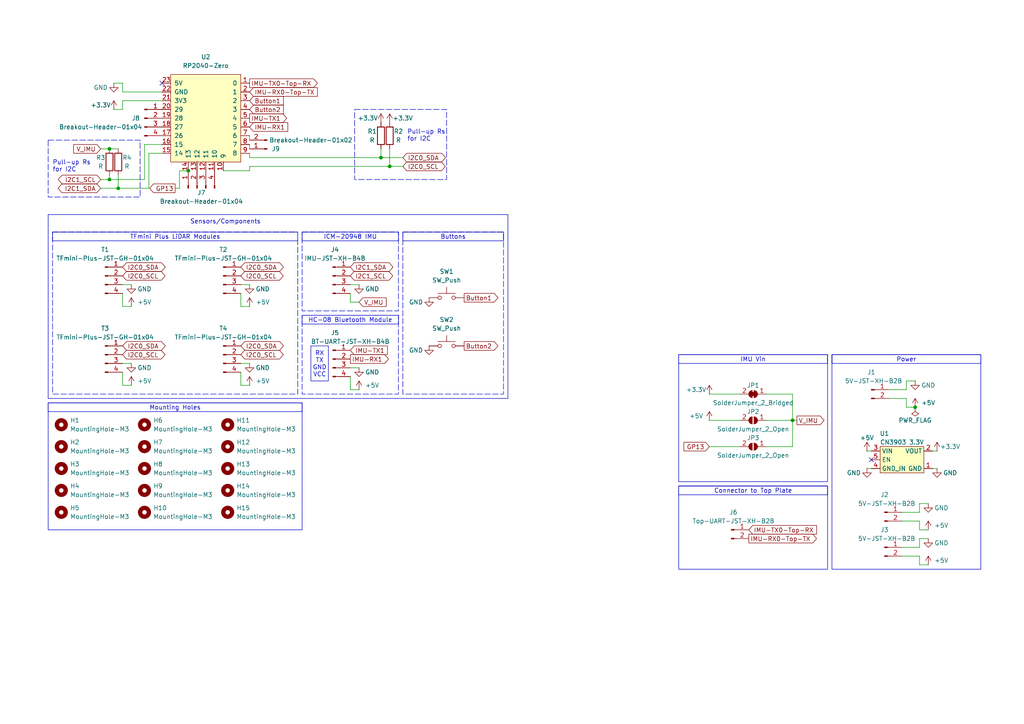
<source format=kicad_sch>
(kicad_sch (version 20231120) (generator "eeschema") (generator_version "8.0")
  (paper "A4")
  (title_block (title "IMU Plate") (date "2024-06-09") (rev "1.1.0") (company "Zhou Yikun & Zachary Ang") (comment 1 "RoboCup Junior Soccer Open 2024"))
  (lib_symbols
    (symbol "+3.3V_1" (power) (pin_numbers hide) (pin_names (offset 0) hide)
      (property "Value" "+3.3V" (at 0 3.556 0))
      (symbol "+3.3V_1_0_1"
        (polyline (pts (xy -0.762 1.27) (xy 0 2.54)))
        (polyline (pts (xy 0 0) (xy 0 2.54)))
        (polyline (pts (xy 0 2.54) (xy 0.762 1.27)))
      )
      (symbol "+3.3V_1_1_1"
        (pin power_in line (at 0 0 90) (length 0) (name "~") (number "1"))
      )
    )
    (symbol "Connector:Conn_01x02_Pin" (pin_names (offset 1.016) hide)
      (property "Reference" "J" (at 0 2.54 0))
      (property "Value" "Conn_01x02_Pin" (at 0 -5.08 0))
      (symbol "Conn_01x02_Pin_1_1"
        (polyline (pts (xy 1.27 -2.54) (xy 0.8636 -2.54)) (stroke (width 0.1524)))
        (polyline (pts (xy 1.27 0) (xy 0.8636 0)) (stroke (width 0.1524)))
        (rectangle (start 0.8636 -2.413) (end 0 -2.667) (stroke (width 0.1524)) (fill (type outline)))
        (rectangle (start 0.8636 0.127) (end 0 -0.127) (stroke (width 0.1524)) (fill (type outline)))
        (pin passive line (at 5.08 0 180) (length 3.81) (name "Pin_1") (number "1"))
        (pin passive line (at 5.08 -2.54 180) (length 3.81) (name "Pin_2") (number "2"))
      )
    )
    (symbol "Connector:Conn_01x04_Pin" (pin_names (offset 1.016) hide)
      (property "Reference" "J" (at 0 5.08 0))
      (property "Value" "Conn_01x04_Pin" (at 0 -7.62 0))
      (symbol "Conn_01x04_Pin_1_1"
        (polyline (pts (xy 1.27 -5.08) (xy 0.8636 -5.08)) (stroke (width 0.1524)))
        (polyline (pts (xy 1.27 -2.54) (xy 0.8636 -2.54)) (stroke (width 0.1524)))
        (polyline (pts (xy 1.27 0) (xy 0.8636 0)) (stroke (width 0.1524)))
        (polyline (pts (xy 1.27 2.54) (xy 0.8636 2.54)) (stroke (width 0.1524)))
        (rectangle (start 0.8636 -4.953) (end 0 -5.207) (stroke (width 0.1524)) (fill (type outline)))
        (rectangle (start 0.8636 -2.413) (end 0 -2.667) (stroke (width 0.1524)) (fill (type outline)))
        (rectangle (start 0.8636 0.127) (end 0 -0.127) (stroke (width 0.1524)) (fill (type outline)))
        (rectangle (start 0.8636 2.667) (end 0 2.413) (stroke (width 0.1524)) (fill (type outline)))
        (pin passive line (at 5.08 2.54 180) (length 3.81) (name "Pin_1") (number "1"))
        (pin passive line (at 5.08 0 180) (length 3.81) (name "Pin_2") (number "2"))
        (pin passive line (at 5.08 -2.54 180) (length 3.81) (name "Pin_3") (number "3"))
        (pin passive line (at 5.08 -5.08 180) (length 3.81) (name "Pin_4") (number "4"))
      )
    )
    (symbol "Device:R" (pin_numbers hide) (pin_names (offset 0))
      (property "Reference" "R" (at 2.032 0 90))
      (property "Value" "R" (at 0 0 90))
      (symbol "R_0_1"
        (rectangle (start -1.016 -2.54) (end 1.016 2.54) (stroke (width 0.254)))
      )
      (symbol "R_1_1"
        (pin passive line (at 0 3.81 270) (length 1.27) (name "~") (number "1"))
        (pin passive line (at 0 -3.81 90) (length 1.27) (name "~") (number "2"))
      )
    )
    (symbol "GND_1" (power) (pin_numbers hide) (pin_names (offset 0) hide)
      (property "Value" "GND" (at 0 -3.81 0))
      (symbol "GND_1_0_1"
        (polyline (pts (xy 0 0) (xy 0 -1.27) (xy 1.27 -1.27) (xy 0 -2.54) (xy -1.27 -1.27) (xy 0 -1.27)))
      )
      (symbol "GND_1_1_1"
        (pin power_in line (at 0 0 270) (length 0) (name "~") (number "1"))
      )
    )
    (symbol "GND_2" (power) (pin_names (offset 0))
      (property "Value" "GND" (at 0 -3.81 0))
      (symbol "GND_2_0_1"
        (polyline (pts (xy 0 0) (xy 0 -1.27) (xy 1.27 -1.27) (xy 0 -2.54) (xy -1.27 -1.27) (xy 0 -1.27)))
      )
      (symbol "GND_2_1_1"
        (pin power_in line (at 0 0 270) (length 0) hide (name "GND") (number "1"))
      )
    )
    (symbol "Jumper:SolderJumper_2_Bridged" (pin_names (offset 0) hide)
      (property "Reference" "JP" (at 0 2.032 0))
      (property "Value" "SolderJumper_2_Bridged" (at 0 -2.54 0))
      (symbol "SolderJumper_2_Bridged_0_1"
        (rectangle (start -0.508 0.508) (end 0.508 -0.508) (fill (type outline)))
        (arc (start -0.254 1.016) (mid -1.2656 0) (end -0.254 -1.016))
        (arc (start -0.254 1.016) (mid -1.2656 0) (end -0.254 -1.016) (fill (type outline)))
        (polyline (pts (xy -0.254 1.016) (xy -0.254 -1.016)))
        (polyline (pts (xy 0.254 1.016) (xy 0.254 -1.016)))
        (arc (start 0.254 -1.016) (mid 1.2656 0) (end 0.254 1.016))
        (arc (start 0.254 -1.016) (mid 1.2656 0) (end 0.254 1.016) (fill (type outline)))
      )
      (symbol "SolderJumper_2_Bridged_1_1"
        (pin passive line (at -3.81 0 0) (length 2.54) (name "A") (number "1"))
        (pin passive line (at 3.81 0 180) (length 2.54) (name "B") (number "2"))
      )
    )
    (symbol "Jumper:SolderJumper_2_Open" (pin_names (offset 0) hide)
      (property "Reference" "JP" (at 0 2.032 0))
      (property "Value" "SolderJumper_2_Open" (at 0 -2.54 0))
      (symbol "SolderJumper_2_Open_0_1"
        (arc (start -0.254 1.016) (mid -1.2656 0) (end -0.254 -1.016))
        (arc (start -0.254 1.016) (mid -1.2656 0) (end -0.254 -1.016) (fill (type outline)))
        (polyline (pts (xy -0.254 1.016) (xy -0.254 -1.016)))
        (polyline (pts (xy 0.254 1.016) (xy 0.254 -1.016)))
        (arc (start 0.254 -1.016) (mid 1.2656 0) (end 0.254 1.016))
        (arc (start 0.254 -1.016) (mid 1.2656 0) (end 0.254 1.016) (fill (type outline)))
      )
      (symbol "SolderJumper_2_Open_1_1"
        (pin passive line (at -3.81 0 0) (length 2.54) (name "A") (number "1"))
        (pin passive line (at 3.81 0 180) (length 2.54) (name "B") (number "2"))
      )
    )
    (symbol "Mechanical:MountingHole" (pin_names (offset 1.016)) (exclude_from_sim yes) (in_bom no)
      (property "Reference" "H" (at 0 5.08 0))
      (property "Value" "MountingHole" (at 0 3.175 0))
      (symbol "MountingHole_0_1"
        (circle (center 0 0) (radius 1.27) (stroke (width 1.27)))
      )
    )
    (symbol "PorridgePi-Symbols:RP2040-Zero" (pin_names (offset 1.016))
      (property "Reference" "U" (at 0 12.7 0))
      (property "Value" "RP2040-Zero" (at 0.254 0 0))
      (symbol "RP2040-Zero_1_1"
        (rectangle (start -10.16 11.43) (end 10.16 -13.97) (fill (type background)))
        (pin bidirectional line (at 12.7 8.89 180) (length 2.54) (name "0") (number "1"))
        (pin bidirectional line (at 5.08 -16.51 90) (length 2.54) (name "9") (number "10"))
        (pin bidirectional line (at 2.54 -16.51 90) (length 2.54) (name "10") (number "11"))
        (pin bidirectional line (at 0 -16.51 90) (length 2.54) (name "11") (number "12"))
        (pin bidirectional line (at -2.54 -16.51 90) (length 2.54) (name "12") (number "13"))
        (pin bidirectional line (at -5.08 -16.51 90) (length 2.54) (name "13") (number "14"))
        (pin bidirectional line (at -12.7 -11.43 0) (length 2.54) (name "14") (number "15"))
        (pin bidirectional line (at -12.7 -8.89 0) (length 2.54) (name "15") (number "16"))
        (pin bidirectional line (at -12.7 -6.35 0) (length 2.54) (name "26") (number "17"))
        (pin bidirectional line (at -12.7 -3.81 0) (length 2.54) (name "27") (number "18"))
        (pin bidirectional line (at -12.7 -1.27 0) (length 2.54) (name "28") (number "19"))
        (pin bidirectional line (at 12.7 6.35 180) (length 2.54) (name "1") (number "2"))
        (pin bidirectional line (at -12.7 1.27 0) (length 2.54) (name "29") (number "20"))
        (pin power_in line (at -12.7 3.81 0) (length 2.54) (name "3V3") (number "21"))
        (pin power_in line (at -12.7 6.35 0) (length 2.54) (name "GND") (number "22"))
        (pin power_in line (at -12.7 8.89 0) (length 2.54) (name "5V") (number "23"))
        (pin bidirectional line (at 12.7 3.81 180) (length 2.54) (name "2") (number "3"))
        (pin bidirectional line (at 12.7 1.27 180) (length 2.54) (name "3") (number "4"))
        (pin bidirectional line (at 12.7 -1.27 180) (length 2.54) (name "4") (number "5"))
        (pin bidirectional line (at 12.7 -3.81 180) (length 2.54) (name "5") (number "6"))
        (pin bidirectional line (at 12.7 -6.35 180) (length 2.54) (name "6") (number "7"))
        (pin bidirectional line (at 12.7 -8.89 180) (length 2.54) (name "7") (number "8"))
        (pin bidirectional line (at 12.7 -11.43 180) (length 2.54) (name "8") (number "9"))
      )
    )
    (symbol "PorridgePi-Symbols:VREG-Voltage-Regulator"
      (property "Reference" "U" (at -5.08 5.08 0))
      (symbol "VREG-Voltage-Regulator_1_1"
        (rectangle (start -6.35 3.81) (end 6.35 -3.81) (fill (type background)))
        (pin power_out line (at 8.89 -2.54 180) (length 2.54) (name "GND") (number "1"))
        (pin power_out line (at 8.89 2.54 180) (length 2.54) (name "VOUT") (number "2"))
        (pin power_in line (at -8.89 2.54 0) (length 2.54) (name "VIN") (number "3"))
        (pin power_in line (at -8.89 -2.54 0) (length 2.54) (name "GND_IN") (number "4"))
        (pin input line (at -8.89 0 0) (length 2.54) (name "EN") (number "5"))
      )
    )
    (symbol "Switch:SW_Push" (pin_numbers hide) (pin_names (offset 1.016) hide)
      (property "Reference" "SW" (at 1.27 2.54 0))
      (property "Value" "SW_Push" (at 0 -1.524 0))
      (symbol "SW_Push_0_1"
        (circle (center -2.032 0) (radius 0.508))
        (polyline (pts (xy 0 1.27) (xy 0 3.048)))
        (polyline (pts (xy 2.54 1.27) (xy -2.54 1.27)))
        (circle (center 2.032 0) (radius 0.508))
        (pin passive line (at -5.08 0 0) (length 2.54) (name "1") (number "1"))
        (pin passive line (at 5.08 0 180) (length 2.54) (name "2") (number "2"))
      )
    )
    (symbol "power:+5V" (power) (pin_numbers hide) (pin_names (offset 0) hide)
      (property "Value" "+5V" (at 0 3.556 0))
      (symbol "+5V_0_1"
        (polyline (pts (xy -0.762 1.27) (xy 0 2.54)))
        (polyline (pts (xy 0 0) (xy 0 2.54)))
        (polyline (pts (xy 0 2.54) (xy 0.762 1.27)))
      )
      (symbol "+5V_1_1"
        (pin power_in line (at 0 0 90) (length 0) (name "~") (number "1"))
      )
    )
    (symbol "power:GND" (power) (pin_names (offset 0))
      (property "Value" "GND" (at 0 -3.81 0))
      (symbol "GND_0_1"
        (polyline (pts (xy 0 0) (xy 0 -1.27) (xy 1.27 -1.27) (xy 0 -2.54) (xy -1.27 -1.27) (xy 0 -1.27)))
      )
      (symbol "GND_1_1"
        (pin power_in line (at 0 0 270) (length 0) hide (name "GND") (number "1"))
      )
    )
    (symbol "power:GND1" (power) (pin_numbers hide) (pin_names (offset 0) hide)
      (property "Value" "GND1" (at 0 -3.81 0))
      (symbol "GND1_0_1"
        (polyline (pts (xy 0 0) (xy 0 -1.27) (xy 1.27 -1.27) (xy 0 -2.54) (xy -1.27 -1.27) (xy 0 -1.27)))
      )
      (symbol "GND1_1_1"
        (pin power_in line (at 0 0 270) (length 0) (name "~") (number "1"))
      )
    )
    (symbol "power:PWR_FLAG" (power) (pin_numbers hide) (pin_names (offset 0) hide)
      (property "Value" "PWR_FLAG" (at 0 3.81 0))
      (symbol "PWR_FLAG_0_0"
        (pin power_out line (at 0 0 90) (length 0) (name "~") (number "1"))
      )
      (symbol "PWR_FLAG_0_1"
        (polyline (pts (xy 0 0) (xy 0 1.27) (xy -1.016 1.905) (xy 0 2.54) (xy 1.016 1.905) (xy 0 1.27)))
      )
    )
  )
  (junction (at 31.75 52.07))
  (junction (at 31.75 43.18))
  (junction (at 229.87 121.92))
  (junction (at 34.29 54.61))
  (junction (at 265.43 118.11))
  (junction (at 113.03 48.26))
  (junction (at 54.61 49.53))
  (junction (at 110.49 45.72))
  (no_connect (at 252.73 133.35))
  (no_connect (at 46.99 24.13))
  (wire (pts (xy 35.56 111.76) (xy 38.1 111.76)))
  (wire (pts (xy 35.56 24.13) (xy 33.02 24.13)))
  (wire (pts (xy 35.56 26.67) (xy 46.99 26.67)))
  (wire (pts (xy 266.7 151.13) (xy 261.62 151.13)))
  (wire (pts (xy 72.39 40.64) (xy 72.39 39.37)))
  (wire (pts (xy 69.85 82.55) (xy 72.39 82.55)))
  (wire (pts (xy 222.25 129.54) (xy 229.87 129.54)))
  (wire (pts (xy 52.07 54.61) (xy 52.07 49.53)))
  (wire (pts (xy 229.87 121.92) (xy 229.87 129.54)))
  (wire (pts (xy 113.03 43.18) (xy 113.03 48.26)))
  (wire (pts (xy 69.85 111.76) (xy 72.39 111.76)))
  (wire (pts (xy 50.8 54.61) (xy 52.07 54.61)))
  (wire (pts (xy 113.03 48.26) (xy 116.84 48.26)))
  (wire (pts (xy 43.18 44.45) (xy 46.99 44.45)))
  (wire (pts (xy 266.7 163.83) (xy 269.24 163.83)))
  (wire (pts (xy 72.39 45.72) (xy 72.39 44.45)))
  (wire (pts (xy 222.25 121.92) (xy 229.87 121.92)))
  (wire (pts (xy 266.7 163.83) (xy 266.7 161.29)))
  (wire (pts (xy 266.7 153.67) (xy 269.24 153.67)))
  (wire (pts (xy 266.7 146.05) (xy 269.24 146.05)))
  (wire (pts (xy 205.74 129.54) (xy 214.63 129.54)))
  (wire (pts (xy 205.74 121.92) (xy 214.63 121.92)))
  (wire (pts (xy 69.85 111.76) (xy 69.85 107.95)))
  (wire (pts (xy 31.75 43.18) (xy 34.29 43.18)))
  (wire (pts (xy 110.49 45.72) (xy 116.84 45.72)))
  (wire (pts (xy 72.39 43.18) (xy 72.39 41.91)))
  (wire (pts (xy 35.56 88.9) (xy 35.56 85.09)))
  (wire (pts (xy 266.7 158.75) (xy 261.62 158.75)))
  (wire (pts (xy 29.21 43.18) (xy 31.75 43.18)))
  (wire (pts (xy 266.7 146.05) (xy 266.7 148.59)))
  (wire (pts (xy 69.85 88.9) (xy 72.39 88.9)))
  (wire (pts (xy 41.91 52.07) (xy 41.91 41.91)))
  (wire (pts (xy 29.21 54.61) (xy 34.29 54.61)))
  (wire (pts (xy 110.49 45.72) (xy 72.39 45.72)))
  (wire (pts (xy 271.78 130.81) (xy 270.51 130.81)))
  (wire (pts (xy 35.56 24.13) (xy 35.56 26.67)))
  (wire (pts (xy 251.46 130.81) (xy 252.73 130.81)))
  (wire (pts (xy 266.7 156.21) (xy 269.24 156.21)))
  (wire (pts (xy 262.89 118.11) (xy 265.43 118.11)))
  (wire (pts (xy 104.14 113.03) (xy 101.6 113.03)))
  (wire (pts (xy 52.07 49.53) (xy 54.61 49.53)))
  (wire (pts (xy 229.87 114.3) (xy 229.87 121.92)))
  (wire (pts (xy 31.75 50.8) (xy 31.75 52.07)))
  (wire (pts (xy 271.78 135.89) (xy 270.51 135.89)))
  (wire (pts (xy 33.02 31.75) (xy 35.56 31.75)))
  (wire (pts (xy 43.18 54.61) (xy 43.18 44.45)))
  (wire (pts (xy 41.91 41.91) (xy 46.99 41.91)))
  (wire (pts (xy 229.87 121.92) (xy 231.14 121.92)))
  (wire (pts (xy 110.49 43.18) (xy 110.49 45.72)))
  (wire (pts (xy 262.89 113.03) (xy 257.81 113.03)))
  (wire (pts (xy 205.74 114.3) (xy 214.63 114.3)))
  (wire (pts (xy 34.29 50.8) (xy 34.29 54.61)))
  (wire (pts (xy 35.56 111.76) (xy 35.56 107.95)))
  (wire (pts (xy 266.7 153.67) (xy 266.7 151.13)))
  (wire (pts (xy 101.6 82.55) (xy 104.14 82.55)))
  (wire (pts (xy 101.6 106.68) (xy 104.14 106.68)))
  (wire (pts (xy 266.7 148.59) (xy 261.62 148.59)))
  (wire (pts (xy 262.89 110.49) (xy 265.43 110.49)))
  (wire (pts (xy 72.39 48.26) (xy 72.39 49.53)))
  (wire (pts (xy 101.6 113.03) (xy 101.6 109.22)))
  (wire (pts (xy 69.85 105.41) (xy 72.39 105.41)))
  (wire (pts (xy 35.56 29.21) (xy 46.99 29.21)))
  (wire (pts (xy 262.89 118.11) (xy 262.89 115.57)))
  (wire (pts (xy 35.56 29.21) (xy 35.56 31.75)))
  (wire (pts (xy 35.56 88.9) (xy 38.1 88.9)))
  (wire (pts (xy 72.39 49.53) (xy 64.77 49.53)))
  (wire (pts (xy 72.39 48.26) (xy 113.03 48.26)))
  (wire (pts (xy 34.29 54.61) (xy 43.18 54.61)))
  (wire (pts (xy 222.25 114.3) (xy 229.87 114.3)))
  (wire (pts (xy 101.6 87.63) (xy 101.6 85.09)))
  (wire (pts (xy 266.7 161.29) (xy 261.62 161.29)))
  (wire (pts (xy 251.46 135.89) (xy 252.73 135.89)))
  (wire (pts (xy 262.89 110.49) (xy 262.89 113.03)))
  (wire (pts (xy 266.7 156.21) (xy 266.7 158.75)))
  (wire (pts (xy 31.75 52.07) (xy 41.91 52.07)))
  (wire (pts (xy 101.6 87.63) (xy 104.14 87.63)))
  (wire (pts (xy 69.85 88.9) (xy 69.85 85.09)))
  (wire (pts (xy 29.21 52.07) (xy 31.75 52.07)))
  (wire (pts (xy 35.56 82.55) (xy 38.1 82.55)))
  (wire (pts (xy 35.56 105.41) (xy 38.1 105.41)))
  (wire (pts (xy 262.89 115.57) (xy 257.81 115.57)))
  (rectangle (start 13.97 116.84) (end 87.63 153.67))
  (rectangle (start 87.63 91.44) (end 115.57 114.3) (stroke (width 0) (type dash)))
  (rectangle (start 196.85 140.97) (end 240.03 165.1))
  (rectangle (start 87.63 67.31) (end 115.57 90.17) (stroke (width 0) (type dash)))
  (rectangle (start 196.85 102.87) (end 240.03 139.7))
  (rectangle (start 13.97 40.64) (end 40.64 57.15) (stroke (width 0) (type dash)))
  (rectangle (start 15.24 67.31) (end 86.36 114.3) (stroke (width 0) (type dash)))
  (rectangle (start 102.87 31.75) (end 129.54 52.07) (stroke (width 0) (type dash)))
  (rectangle (start 13.97 62.23) (end 147.32 115.57))
  (rectangle (start 116.84 67.31) (end 146.05 114.3) (stroke (width 0) (type dash)))
  (rectangle (start 241.3 102.87) (end 284.48 165.1))
  (text_box "Power" (at 241.3 102.87 0) (size 43.18 2.54) (effects (font (size 1.27 1.27))))
  (text_box "Connector to Top Plate" (at 196.85 140.97 0) (size 43.18 2.54) (effects (font (size 1.27 1.27))))
  (text_box "ICM-20948 IMU" (at 87.63 67.31 0) (size 27.94 2.54) (effects (font (size 1.27 1.27))))
  (text_box "Buttons" (at 116.84 67.31 0) (size 29.21 2.54) (effects (font (size 1.27 1.27))))
  (text_box "HC-08 Bluetooth Module" (at 87.63 91.44 0) (size 27.94 2.54) (effects (font (size 1.27 1.27))))
  (text_box "IMU Vin" (at 196.85 102.87 0) (size 43.18 2.54) (effects (font (size 1.27 1.27))))
  (text_box "RX\nTX\nGND\nVCC" (at 90.17 100.33 0) (size 5.08 10.16) (effects (font (size 1.27 1.27))))
  (text_box "Sensors/Components" (at 13.97 62.23 0) (size 102.87 3.81) (stroke (width -0.0001)) (effects (font (size 1.27 1.27))))
  (text_box "TFmini Plus LiDAR Modules" (at 15.24 67.31 0) (size 71.12 2.54) (effects (font (size 1.27 1.27))))
  (text_box "Mounting Holes" (at 13.97 116.84 0) (size 73.66 2.54) (effects (font (size 1.27 1.27))))
  (text "Pull-up Rs\nfor I2C" (at 118.11 39.37 0) (effects (font (size 1.27 1.27)) (justify left)))
  (text "Pull-up Rs\nfor I2C" (at 15.24 48.26 0) (effects (font (size 1.27 1.27)) (justify left)))
  (global_label "I2C1_SDA" (shape bidirectional) (at 29.21 54.61 180) (property "Intersheetrefs" "${INTERSHEET_REFS}" (effects (hide yes))))
  (global_label "I2C0_SCL" (shape bidirectional) (at 69.85 80.01 0) (property "Intersheetrefs" "${INTERSHEET_REFS}" (effects (hide yes))))
  (global_label "GP13" (shape output) (at 50.8 54.61 180) (property "Intersheetrefs" "${INTERSHEET_REFS}" (effects (hide yes))))
  (global_label "I2C0_SDA" (shape bidirectional) (at 35.56 100.33 0) (property "Intersheetrefs" "${INTERSHEET_REFS}" (effects (hide yes))))
  (global_label "Button2" (shape input) (at 72.39 31.75 0) (property "Intersheetrefs" "${INTERSHEET_REFS}" (effects (hide yes))))
  (global_label "I2C0_SCL" (shape bidirectional) (at 35.56 80.01 0) (property "Intersheetrefs" "${INTERSHEET_REFS}" (effects (hide yes))))
  (global_label "Button1" (shape output) (at 134.62 86.36 0) (property "Intersheetrefs" "${INTERSHEET_REFS}" (effects (hide yes))))
  (global_label "I2C0_SDA" (shape bidirectional) (at 116.84 45.72 0) (property "Intersheetrefs" "${INTERSHEET_REFS}" (effects (hide yes))))
  (global_label "I2C1_SCL" (shape bidirectional) (at 101.6 80.01 0) (property "Intersheetrefs" "${INTERSHEET_REFS}" (effects (hide yes))))
  (global_label "I2C0_SCL" (shape bidirectional) (at 69.85 102.87 0) (property "Intersheetrefs" "${INTERSHEET_REFS}" (effects (hide yes))))
  (global_label "I2C0_SCL" (shape bidirectional) (at 35.56 102.87 0) (property "Intersheetrefs" "${INTERSHEET_REFS}" (effects (hide yes))))
  (global_label "V_IMU" (shape input) (at 29.21 43.18 180) (property "Intersheetrefs" "${INTERSHEET_REFS}" (effects (hide yes))))
  (global_label "IMU-TX0-Top-RX" (shape output) (at 72.39 24.13 0) (property "Intersheetrefs" "${INTERSHEET_REFS}" (effects (hide yes))))
  (global_label "I2C0_SDA" (shape bidirectional) (at 69.85 100.33 0) (property "Intersheetrefs" "${INTERSHEET_REFS}" (effects (hide yes))))
  (global_label "Button2" (shape output) (at 134.62 100.33 0) (property "Intersheetrefs" "${INTERSHEET_REFS}" (effects (hide yes))))
  (global_label "I2C0_SDA" (shape bidirectional) (at 69.85 77.47 0) (property "Intersheetrefs" "${INTERSHEET_REFS}" (effects (hide yes))))
  (global_label "IMU-TX1" (shape input) (at 101.6 101.6 0) (property "Intersheetrefs" "${INTERSHEET_REFS}" (effects (hide yes))))
  (global_label "IMU-RX1" (shape output) (at 101.6 104.14 0) (property "Intersheetrefs" "${INTERSHEET_REFS}" (effects (hide yes))))
  (global_label "IMU-TX1" (shape output) (at 72.39 34.29 0) (property "Intersheetrefs" "${INTERSHEET_REFS}" (effects (hide yes))))
  (global_label "I2C0_SCL" (shape bidirectional) (at 116.84 48.26 0) (property "Intersheetrefs" "${INTERSHEET_REFS}" (effects (hide yes))))
  (global_label "I2C1_SCL" (shape bidirectional) (at 29.21 52.07 180) (property "Intersheetrefs" "${INTERSHEET_REFS}" (effects (hide yes))))
  (global_label "IMU-RX1" (shape input) (at 72.39 36.83 0) (property "Intersheetrefs" "${INTERSHEET_REFS}" (effects (hide yes))))
  (global_label "IMU-RX0-Top-TX" (shape input) (at 72.39 26.67 0) (property "Intersheetrefs" "${INTERSHEET_REFS}" (effects (hide yes))))
  (global_label "V_IMU" (shape input) (at 104.14 87.63 0) (property "Intersheetrefs" "${INTERSHEET_REFS}" (effects (hide yes))))
  (global_label "IMU-RX0-Top-TX" (shape output) (at 217.17 156.21 0) (property "Intersheetrefs" "${INTERSHEET_REFS}" (effects (hide yes))))
  (global_label "IMU-TX0-Top-RX" (shape input) (at 217.17 153.67 0) (property "Intersheetrefs" "${INTERSHEET_REFS}" (effects (hide yes))))
  (global_label "I2C0_SDA" (shape bidirectional) (at 35.56 77.47 0) (property "Intersheetrefs" "${INTERSHEET_REFS}" (effects (hide yes))))
  (global_label "Button1" (shape input) (at 72.39 29.21 0) (property "Intersheetrefs" "${INTERSHEET_REFS}" (effects (hide yes))))
  (global_label "V_IMU" (shape output) (at 231.14 121.92 0) (property "Intersheetrefs" "${INTERSHEET_REFS}" (effects (hide yes))))
  (global_label "GP13" (shape input) (at 205.74 129.54 180) (property "Intersheetrefs" "${INTERSHEET_REFS}" (effects (hide yes))))
  (global_label "I2C1_SDA" (shape bidirectional) (at 101.6 77.47 0) (property "Intersheetrefs" "${INTERSHEET_REFS}" (effects (hide yes))))
  (symbol (lib_id "Mechanical:MountingHole") (at 41.91 129.54 0) (unit 1) (exclude_from_sim yes) (in_bom no)
    (property "Reference" "H7" (at 44.45 128.2699 0) (effects (justify left)))
    (property "Value" "MountingHole-M3" (at 44.45 130.8099 0) (effects (justify left)))
    (property "Footprint" "MountingHole:MountingHole_3.2mm_M3_Pad_Via" (effects (hide yes)))
    (property "Description" "Mounting Hole without connection" (effects (hide yes)))
  )
  (symbol (lib_id "power:GND1") (at 104.14 106.68 0) (unit 1)
    (property "Reference" "#PWR015" (effects (hide yes)))
    (property "Value" "GND" (at 107.95 107.95 0))
    (property "Description" "Power symbol creates a global label with name \"GND1\" , ground" (effects (hide yes)))
  )
  (symbol (lib_id "Mechanical:MountingHole") (at 17.78 129.54 0) (unit 1) (exclude_from_sim yes) (in_bom no)
    (property "Reference" "H2" (at 20.32 128.2699 0) (effects (justify left)))
    (property "Value" "MountingHole-M3" (at 20.32 130.8099 0) (effects (justify left)))
    (property "Footprint" "MountingHole:MountingHole_3.2mm_M3_Pad_Via" (effects (hide yes)))
    (property "Description" "Mounting Hole without connection" (effects (hide yes)))
  )
  (symbol (lib_id "Mechanical:MountingHole") (at 17.78 123.19 0) (unit 1) (exclude_from_sim yes) (in_bom no)
    (property "Reference" "H1" (at 20.32 121.9199 0) (effects (justify left)))
    (property "Value" "MountingHole-M3" (at 20.32 124.4599 0) (effects (justify left)))
    (property "Footprint" "MountingHole:MountingHole_3.2mm_M3_Pad_Via" (effects (hide yes)))
    (property "Description" "Mounting Hole without connection" (effects (hide yes)))
  )
  (symbol (lib_name "GND_2") (lib_id "power:GND") (at 271.78 135.89 0) (unit 1)
    (property "Reference" "#PWR018" (effects (hide yes)))
    (property "Value" "GND" (at 275.59 137.16 0))
  )
  (symbol (lib_id "Connector:Conn_01x02_Pin") (at 77.47 43.18 180) (unit 1)
    (property "Reference" "J9" (at 80.01 43.18 0))
    (property "Value" "Breakout-Header-01x02" (at 90.17 40.64 0))
    (property "Footprint" "Connector_PinHeader_2.54mm:PinHeader_1x02_P2.54mm_Vertical" (effects (hide yes)))
  )
  (symbol (lib_id "Jumper:SolderJumper_2_Bridged") (at 218.44 114.3 180) (unit 1)
    (property "Reference" "JP1" (at 218.44 111.76 0))
    (property "Value" "SolderJumper_2_Bridged" (at 218.44 116.84 0))
    (property "Footprint" "Jumper:SolderJumper-2_P1.3mm_Bridged_RoundedPad1.0x1.5mm" (effects (hide yes)))
  )
  (symbol (lib_name "GND_1") (lib_id "power:GND") (at 269.24 146.05 0) (unit 1)
    (property "Reference" "#PWR07" (effects (hide yes)))
    (property "Value" "GND" (at 273.05 147.32 0))
    (property "Description" "Power symbol creates a global label with name \"GND\" , ground" (effects (hide yes)))
  )
  (symbol (lib_id "power:+5V") (at 38.1 88.9 0) (unit 1)
    (property "Reference" "#PWR06" (effects (hide yes)))
    (property "Value" "+5V" (at 41.91 87.63 0))
  )
  (symbol (lib_id "power:PWR_FLAG") (at 265.43 118.11 180) (unit 1)
    (property "Reference" "#FLG01" (effects (hide yes)))
    (property "Value" "PWR_FLAG" (at 265.43 121.92 0))
    (property "Description" "Special symbol for telling ERC where power comes from" (effects (hide yes)))
  )
  (symbol (lib_id "Connector:Conn_01x04_Pin") (at 30.48 80.01 0) (unit 1)
    (property "Reference" "T1" (at 30.48 72.39 0))
    (property "Value" "TFmini-Plus-JST-GH-01x04" (at 30.48 74.93 0))
    (property "Footprint" "Connector_JST:JST_GH_BM04B-GHS-TBT_1x04-1MP_P1.25mm_Vertical" (effects (hide yes)))
    (property "Description" "Generic connector, single row, 01x04, script generated" (effects (hide yes)))
  )
  (symbol (lib_name "+3.3V_1") (lib_id "power:+3.3V") (at 205.74 114.3 0) (unit 1)
    (property "Reference" "#PWR029" (effects (hide yes)))
    (property "Value" "+3.3V" (at 201.93 113.03 0))
    (property "Description" "Power symbol creates a global label with name \"+3.3V\"" (effects (hide yes)))
  )
  (symbol (lib_id "power:+5V") (at 104.14 113.03 0) (unit 1)
    (property "Reference" "#PWR013" (effects (hide yes)))
    (property "Value" "+5V" (at 107.95 111.76 0))
  )
  (symbol (lib_id "Switch:SW_Push") (at 129.54 100.33 0) (unit 1)
    (property "Reference" "SW2" (at 129.54 92.71 0))
    (property "Value" "SW_Push" (at 129.54 95.25 0))
    (property "Footprint" "Button_Switch_THT:SW_PUSH_6mm" (effects (hide yes)))
    (property "Description" "Push button switch, generic, two pins" (effects (hide yes)))
  )
  (symbol (lib_id "power:+5V") (at 38.1 111.76 0) (unit 1)
    (property "Reference" "#PWR022" (effects (hide yes)))
    (property "Value" "+5V" (at 41.91 110.49 0))
  )
  (symbol (lib_id "Mechanical:MountingHole") (at 17.78 135.89 0) (unit 1) (exclude_from_sim yes) (in_bom no)
    (property "Reference" "H3" (at 20.32 134.6199 0) (effects (justify left)))
    (property "Value" "MountingHole-M3" (at 20.32 137.1599 0) (effects (justify left)))
    (property "Footprint" "MountingHole:MountingHole_3.2mm_M3_Pad_Via" (effects (hide yes)))
    (property "Description" "Mounting Hole without connection" (effects (hide yes)))
  )
  (symbol (lib_name "+3.3V_1") (lib_id "power:+3.3V") (at 33.02 31.75 0) (unit 1)
    (property "Reference" "#PWR014" (effects (hide yes)))
    (property "Value" "+3.3V" (at 29.21 30.48 0))
    (property "Description" "Power symbol creates a global label with name \"+3.3V\"" (effects (hide yes)))
  )
  (symbol (lib_id "Connector:Conn_01x04_Pin") (at 96.52 80.01 0) (unit 1)
    (property "Reference" "J4" (at 97.155 72.39 0))
    (property "Value" "IMU-JST-XH-B4B" (at 97.155 74.93 0))
    (property "Footprint" "Connector_JST:JST_XH_B4B-XH-A_1x04_P2.50mm_Vertical" (effects (hide yes)))
    (property "Description" "Generic connector, single row, 01x04, script generated" (effects (hide yes)))
  )
  (symbol (lib_id "Mechanical:MountingHole") (at 17.78 148.59 0) (unit 1) (exclude_from_sim yes) (in_bom no)
    (property "Reference" "H5" (at 20.32 147.3199 0) (effects (justify left)))
    (property "Value" "MountingHole-M3" (at 20.32 149.8599 0) (effects (justify left)))
    (property "Footprint" "MountingHole:MountingHole_3.2mm_M3_Pad_Via" (effects (hide yes)))
    (property "Description" "Mounting Hole without connection" (effects (hide yes)))
  )
  (symbol (lib_id "power:+5V") (at 251.46 130.81 0) (unit 1)
    (property "Reference" "#PWR01" (effects (hide yes)))
    (property "Value" "+5V" (at 251.46 127 0))
    (property "Description" "Power symbol creates a global label with name \"+5V\"" (effects (hide yes)))
  )
  (symbol (lib_id "Jumper:SolderJumper_2_Open") (at 218.44 129.54 180) (unit 1)
    (property "Reference" "JP3" (at 218.44 127 0))
    (property "Value" "SolderJumper_2_Open" (at 218.44 132.08 0))
    (property "Footprint" "Jumper:SolderJumper-2_P1.3mm_Open_RoundedPad1.0x1.5mm" (effects (hide yes)))
  )
  (symbol (lib_id "Connector:Conn_01x04_Pin") (at 30.48 102.87 0) (unit 1)
    (property "Reference" "T3" (at 30.48 95.25 0))
    (property "Value" "TFmini-Plus-JST-GH-01x04" (at 30.48 97.79 0))
    (property "Footprint" "Connector_JST:JST_GH_BM04B-GHS-TBT_1x04-1MP_P1.25mm_Vertical" (effects (hide yes)))
    (property "Description" "Generic connector, single row, 01x04, script generated" (effects (hide yes)))
  )
  (symbol (lib_id "power:+5V") (at 265.43 118.11 0) (unit 1)
    (property "Reference" "#PWR05" (effects (hide yes)))
    (property "Value" "+5V" (at 269.24 116.84 0))
    (property "Description" "Power symbol creates a global label with name \"+5V\"" (effects (hide yes)))
  )
  (symbol (lib_id "PorridgePi-Symbols:VREG-Voltage-Regulator") (at 261.62 133.35 0) (unit 1)
    (property "Reference" "U1" (at 256.54 125.73 0))
    (property "Value" "CN3903 3.3V" (at 261.62 128.27 0))
    (property "Footprint" "PorridgePi-Personal:CN3903" (effects (hide yes)))
  )
  (symbol (lib_name "GND_1") (lib_id "power:GND") (at 251.46 135.89 0) (unit 1)
    (property "Reference" "#PWR02" (effects (hide yes)))
    (property "Value" "GND" (at 247.65 137.16 0))
    (property "Description" "Power symbol creates a global label with name \"GND\" , ground" (effects (hide yes)))
  )
  (symbol (lib_id "Connector:Conn_01x02_Pin") (at 256.54 148.59 0) (unit 1)
    (property "Reference" "J2" (at 256.54 143.51 0))
    (property "Value" "5V-JST-XH-B2B" (at 257.175 146.05 0))
    (property "Footprint" "Connector_JST:JST_XH_B2B-XH-A_1x02_P2.50mm_Vertical" (effects (hide yes)))
  )
  (symbol (lib_id "Device:R") (at 31.75 46.99 180) (unit 1)
    (property "Reference" "R3" (at 29.21 45.72 0))
    (property "Value" "R" (at 29.21 48.26 0))
    (property "Footprint" "PCM_Resistor_THT_AKL:R_Axial_DIN0204_L3.6mm_D1.6mm_P5.08mm_Horizontal" (effects (hide yes)))
  )
  (symbol (lib_id "power:+5V") (at 269.24 153.67 0) (unit 1)
    (property "Reference" "#PWR08" (effects (hide yes)))
    (property "Value" "+5V" (at 273.05 152.4 0))
    (property "Description" "Power symbol creates a global label with name \"+5V\"" (effects (hide yes)))
  )
  (symbol (lib_id "power:+5V") (at 205.74 121.92 0) (unit 1)
    (property "Reference" "#PWR030" (effects (hide yes)))
    (property "Value" "+5V" (at 201.93 120.65 0))
  )
  (symbol (lib_name "GND_2") (lib_id "power:GND") (at 33.02 24.13 0) (unit 1)
    (property "Reference" "#PWR016" (effects (hide yes)))
    (property "Value" "GND" (at 29.21 25.4 0))
  )
  (symbol (lib_id "Connector:Conn_01x02_Pin") (at 212.09 153.67 0) (unit 1)
    (property "Reference" "J6" (at 212.725 148.59 0))
    (property "Value" "Top-UART-JST-XH-B2B" (at 212.725 151.13 0))
    (property "Footprint" "Connector_JST:JST_XH_B2B-XH-A_1x02_P2.50mm_Vertical" (effects (hide yes)))
  )
  (symbol (lib_id "Mechanical:MountingHole") (at 41.91 135.89 0) (unit 1) (exclude_from_sim yes) (in_bom no)
    (property "Reference" "H8" (at 44.45 134.6199 0) (effects (justify left)))
    (property "Value" "MountingHole-M3" (at 44.45 137.1599 0) (effects (justify left)))
    (property "Footprint" "MountingHole:MountingHole_3.2mm_M3_Pad_Via" (effects (hide yes)))
    (property "Description" "Mounting Hole without connection" (effects (hide yes)))
  )
  (symbol (lib_id "Mechanical:MountingHole") (at 41.91 123.19 0) (unit 1) (exclude_from_sim yes) (in_bom no)
    (property "Reference" "H6" (at 44.45 121.9199 0) (effects (justify left)))
    (property "Value" "MountingHole-M3" (at 44.45 124.4599 0) (effects (justify left)))
    (property "Footprint" "MountingHole:MountingHole_3.2mm_M3_Pad_Via" (effects (hide yes)))
    (property "Description" "Mounting Hole without connection" (effects (hide yes)))
  )
  (symbol (lib_id "power:GND") (at 124.46 86.36 0) (unit 1)
    (property "Reference" "#PWR025" (effects (hide yes)))
    (property "Value" "GND" (at 120.65 87.63 0))
  )
  (symbol (lib_id "Connector:Conn_01x04_Pin") (at 96.52 104.14 0) (unit 1)
    (property "Reference" "J5" (at 97.155 96.52 0))
    (property "Value" "BT-UART-JST-XH-B4B" (at 101.6 99.06 0))
    (property "Footprint" "Connector_JST:JST_XH_B4B-XH-A_1x04_P2.50mm_Vertical" (effects (hide yes)))
    (property "Description" "Generic connector, single row, 01x04, script generated" (effects (hide yes)))
  )
  (symbol (lib_id "Device:R") (at 113.03 39.37 180) (unit 1)
    (property "Reference" "R2" (at 115.57 38.1 0))
    (property "Value" "R" (at 115.57 40.64 0))
    (property "Footprint" "PCM_Resistor_THT_AKL:R_Axial_DIN0204_L3.6mm_D1.6mm_P5.08mm_Horizontal" (effects (hide yes)))
  )
  (symbol (lib_id "PorridgePi-Symbols:RP2040-Zero") (at 59.69 33.02 0) (unit 1)
    (property "Reference" "U2" (at 59.69 16.51 0))
    (property "Value" "RP2040-Zero" (at 59.69 19.05 0))
    (property "Footprint" "PorridgePi-Personal:RP2040-Zero" (effects (hide yes)))
  )
  (symbol (lib_id "Device:R") (at 110.49 39.37 180) (unit 1)
    (property "Reference" "R1" (at 107.95 38.1 0))
    (property "Value" "R" (at 107.95 40.64 0))
    (property "Footprint" "PCM_Resistor_THT_AKL:R_Axial_DIN0204_L3.6mm_D1.6mm_P5.08mm_Horizontal" (effects (hide yes)))
  )
  (symbol (lib_id "power:GND") (at 72.39 82.55 0) (unit 1)
    (property "Reference" "#PWR019" (effects (hide yes)))
    (property "Value" "GND" (at 76.2 83.82 0))
  )
  (symbol (lib_id "Connector:Conn_01x02_Pin") (at 252.73 113.03 0) (unit 1)
    (property "Reference" "J1" (at 252.73 107.95 0))
    (property "Value" "5V-JST-XH-B2B" (at 253.365 110.49 0))
    (property "Footprint" "Connector_JST:JST_XH_B2B-XH-A_1x02_P2.50mm_Vertical" (effects (hide yes)))
  )
  (symbol (lib_id "Connector:Conn_01x04_Pin") (at 57.15 54.61 90) (unit 1)
    (property "Reference" "J7" (at 58.42 55.88 90))
    (property "Value" "Breakout-Header-01x04" (at 58.42 58.42 90))
    (property "Footprint" "Connector_PinHeader_2.54mm:PinHeader_1x04_P2.54mm_Vertical" (effects (hide yes)))
    (property "Description" "Generic connector, single row, 01x04, script generated" (effects (hide yes)))
  )
  (symbol (lib_id "Mechanical:MountingHole") (at 66.04 123.19 0) (unit 1) (exclude_from_sim yes) (in_bom no)
    (property "Reference" "H11" (at 68.58 121.9199 0) (effects (justify left)))
    (property "Value" "MountingHole-M3" (at 68.58 124.4599 0) (effects (justify left)))
    (property "Footprint" "MountingHole:MountingHole_3.2mm_M3_Pad_Via" (effects (hide yes)))
    (property "Description" "Mounting Hole without connection" (effects (hide yes)))
  )
  (symbol (lib_id "Connector:Conn_01x04_Pin") (at 64.77 80.01 0) (unit 1)
    (property "Reference" "T2" (at 64.77 72.39 0))
    (property "Value" "TFmini-Plus-JST-GH-01x04" (at 64.77 74.93 0))
    (property "Footprint" "Connector_JST:JST_GH_BM04B-GHS-TBT_1x04-1MP_P1.25mm_Vertical" (effects (hide yes)))
    (property "Description" "Generic connector, single row, 01x04, script generated" (effects (hide yes)))
  )
  (symbol (lib_name "+3.3V_1") (lib_id "power:+3.3V") (at 113.03 35.56 0) (unit 1)
    (property "Reference" "#PWR028" (effects (hide yes)))
    (property "Value" "+3.3V" (at 116.84 34.29 0))
    (property "Description" "Power symbol creates a global label with name \"+3.3V\"" (effects (hide yes)))
  )
  (symbol (lib_id "Connector:Conn_01x04_Pin") (at 64.77 102.87 0) (unit 1)
    (property "Reference" "T4" (at 64.77 95.25 0))
    (property "Value" "TFmini-Plus-JST-GH-01x04" (at 64.77 97.79 0))
    (property "Footprint" "Connector_JST:JST_GH_BM04B-GHS-TBT_1x04-1MP_P1.25mm_Vertical" (effects (hide yes)))
    (property "Description" "Generic connector, single row, 01x04, script generated" (effects (hide yes)))
  )
  (symbol (lib_id "Mechanical:MountingHole") (at 66.04 148.59 0) (unit 1) (exclude_from_sim yes) (in_bom no)
    (property "Reference" "H15" (at 68.58 147.3199 0) (effects (justify left)))
    (property "Value" "MountingHole-M3" (at 68.58 149.8599 0) (effects (justify left)))
    (property "Footprint" "MountingHole:MountingHole_3.2mm_M3_Pad_Via" (effects (hide yes)))
    (property "Description" "Mounting Hole without connection" (effects (hide yes)))
  )
  (symbol (lib_name "GND_1") (lib_id "power:GND") (at 269.24 156.21 0) (unit 1)
    (property "Reference" "#PWR09" (effects (hide yes)))
    (property "Value" "GND" (at 273.05 157.48 0))
    (property "Description" "Power symbol creates a global label with name \"GND\" , ground" (effects (hide yes)))
  )
  (symbol (lib_id "Mechanical:MountingHole") (at 41.91 142.24 0) (unit 1) (exclude_from_sim yes) (in_bom no)
    (property "Reference" "H9" (at 44.45 140.9699 0) (effects (justify left)))
    (property "Value" "MountingHole-M3" (at 44.45 143.5099 0) (effects (justify left)))
    (property "Footprint" "MountingHole:MountingHole_3.2mm_M3_Pad_Via" (effects (hide yes)))
    (property "Description" "Mounting Hole without connection" (effects (hide yes)))
  )
  (symbol (lib_id "Device:R") (at 34.29 46.99 180) (unit 1)
    (property "Reference" "R4" (at 36.83 45.72 0))
    (property "Value" "R" (at 36.83 48.26 0))
    (property "Footprint" "PCM_Resistor_THT_AKL:R_Axial_DIN0204_L3.6mm_D1.6mm_P5.08mm_Horizontal" (effects (hide yes)))
  )
  (symbol (lib_name "+3.3V_1") (lib_id "power:+3.3V") (at 110.49 35.56 0) (unit 1)
    (property "Reference" "#PWR027" (effects (hide yes)))
    (property "Value" "+3.3V" (at 106.68 34.29 0))
    (property "Description" "Power symbol creates a global label with name \"+3.3V\"" (effects (hide yes)))
  )
  (symbol (lib_id "power:GND") (at 72.39 105.41 0) (unit 1)
    (property "Reference" "#PWR023" (effects (hide yes)))
    (property "Value" "GND" (at 76.2 106.68 0))
  )
  (symbol (lib_id "Connector:Conn_01x04_Pin") (at 41.91 34.29 0) (unit 1)
    (property "Reference" "J8" (at 39.37 34.29 0))
    (property "Value" "Breakout-Header-01x04" (at 29.21 36.83 0))
    (property "Footprint" "Connector_PinHeader_2.54mm:PinHeader_1x04_P2.54mm_Vertical" (effects (hide yes)))
    (property "Description" "Generic connector, single row, 01x04, script generated" (effects (hide yes)))
  )
  (symbol (lib_id "Jumper:SolderJumper_2_Open") (at 218.44 121.92 180) (unit 1)
    (property "Reference" "JP2" (at 218.44 119.38 0))
    (property "Value" "SolderJumper_2_Open" (at 218.44 124.46 0))
    (property "Footprint" "Jumper:SolderJumper-2_P1.3mm_Open_RoundedPad1.0x1.5mm" (effects (hide yes)))
  )
  (symbol (lib_id "Mechanical:MountingHole") (at 66.04 142.24 0) (unit 1) (exclude_from_sim yes) (in_bom no)
    (property "Reference" "H14" (at 68.58 140.9699 0) (effects (justify left)))
    (property "Value" "MountingHole-M3" (at 68.58 143.5099 0) (effects (justify left)))
    (property "Footprint" "MountingHole:MountingHole_3.2mm_M3_Pad_Via" (effects (hide yes)))
    (property "Description" "Mounting Hole without connection" (effects (hide yes)))
  )
  (symbol (lib_id "power:GND") (at 124.46 100.33 0) (unit 1)
    (property "Reference" "#PWR026" (effects (hide yes)))
    (property "Value" "GND" (at 120.65 101.6 0))
  )
  (symbol (lib_id "power:GND") (at 104.14 82.55 0) (unit 1)
    (property "Reference" "#PWR011" (effects (hide yes)))
    (property "Value" "GND" (at 107.95 83.82 0))
  )
  (symbol (lib_id "power:GND") (at 38.1 82.55 0) (unit 1)
    (property "Reference" "#PWR03" (effects (hide yes)))
    (property "Value" "GND" (at 41.91 83.82 0))
  )
  (symbol (lib_id "power:GND") (at 38.1 105.41 0) (unit 1)
    (property "Reference" "#PWR021" (effects (hide yes)))
    (property "Value" "GND" (at 41.91 106.68 0))
  )
  (symbol (lib_id "Mechanical:MountingHole") (at 17.78 142.24 0) (unit 1) (exclude_from_sim yes) (in_bom no)
    (property "Reference" "H4" (at 20.32 140.9699 0) (effects (justify left)))
    (property "Value" "MountingHole-M3" (at 20.32 143.5099 0) (effects (justify left)))
    (property "Footprint" "MountingHole:MountingHole_3.2mm_M3_Pad_Via" (effects (hide yes)))
    (property "Description" "Mounting Hole without connection" (effects (hide yes)))
  )
  (symbol (lib_id "Mechanical:MountingHole") (at 41.91 148.59 0) (unit 1) (exclude_from_sim yes) (in_bom no)
    (property "Reference" "H10" (at 44.45 147.3199 0) (effects (justify left)))
    (property "Value" "MountingHole-M3" (at 44.45 149.8599 0) (effects (justify left)))
    (property "Footprint" "MountingHole:MountingHole_3.2mm_M3_Pad_Via" (effects (hide yes)))
    (property "Description" "Mounting Hole without connection" (effects (hide yes)))
  )
  (symbol (lib_name "GND_1") (lib_id "power:GND") (at 265.43 110.49 0) (unit 1)
    (property "Reference" "#PWR04" (effects (hide yes)))
    (property "Value" "GND" (at 269.24 111.76 0))
    (property "Description" "Power symbol creates a global label with name \"GND\" , ground" (effects (hide yes)))
  )
  (symbol (lib_id "power:+5V") (at 72.39 88.9 0) (unit 1)
    (property "Reference" "#PWR020" (effects (hide yes)))
    (property "Value" "+5V" (at 76.2 87.63 0))
  )
  (symbol (lib_id "power:+5V") (at 72.39 111.76 0) (unit 1)
    (property "Reference" "#PWR024" (effects (hide yes)))
    (property "Value" "+5V" (at 76.2 110.49 0))
  )
  (symbol (lib_id "Mechanical:MountingHole") (at 66.04 135.89 0) (unit 1) (exclude_from_sim yes) (in_bom no)
    (property "Reference" "H13" (at 68.58 134.6199 0) (effects (justify left)))
    (property "Value" "MountingHole-M3" (at 68.58 137.1599 0) (effects (justify left)))
    (property "Footprint" "MountingHole:MountingHole_3.2mm_M3_Pad_Via" (effects (hide yes)))
    (property "Description" "Mounting Hole without connection" (effects (hide yes)))
  )
  (symbol (lib_name "+3.3V_1") (lib_id "power:+3.3V") (at 271.78 130.81 0) (unit 1)
    (property "Reference" "#PWR017" (effects (hide yes)))
    (property "Value" "+3.3V" (at 275.59 129.54 0))
    (property "Description" "Power symbol creates a global label with name \"+3.3V\"" (effects (hide yes)))
  )
  (symbol (lib_id "Mechanical:MountingHole") (at 66.04 129.54 0) (unit 1) (exclude_from_sim yes) (in_bom no)
    (property "Reference" "H12" (at 68.58 128.2699 0) (effects (justify left)))
    (property "Value" "MountingHole-M3" (at 68.58 130.8099 0) (effects (justify left)))
    (property "Footprint" "MountingHole:MountingHole_3.2mm_M3_Pad_Via" (effects (hide yes)))
    (property "Description" "Mounting Hole without connection" (effects (hide yes)))
  )
  (symbol (lib_id "Switch:SW_Push") (at 129.54 86.36 0) (unit 1)
    (property "Reference" "SW1" (at 129.54 78.74 0))
    (property "Value" "SW_Push" (at 129.54 81.28 0))
    (property "Footprint" "Button_Switch_THT:SW_PUSH_6mm" (effects (hide yes)))
    (property "Description" "Push button switch, generic, two pins" (effects (hide yes)))
  )
  (symbol (lib_id "Connector:Conn_01x02_Pin") (at 256.54 158.75 0) (unit 1)
    (property "Reference" "J3" (at 256.54 153.67 0))
    (property "Value" "5V-JST-XH-B2B" (at 257.175 156.21 0))
    (property "Footprint" "Connector_JST:JST_XH_B2B-XH-A_1x02_P2.50mm_Vertical" (effects (hide yes)))
  )
  (symbol (lib_id "power:+5V") (at 269.24 163.83 0) (unit 1)
    (property "Reference" "#PWR010" (effects (hide yes)))
    (property "Value" "+5V" (at 273.05 162.56 0))
    (property "Description" "Power symbol creates a global label with name \"+5V\"" (effects (hide yes)))
  )
)
</source>
